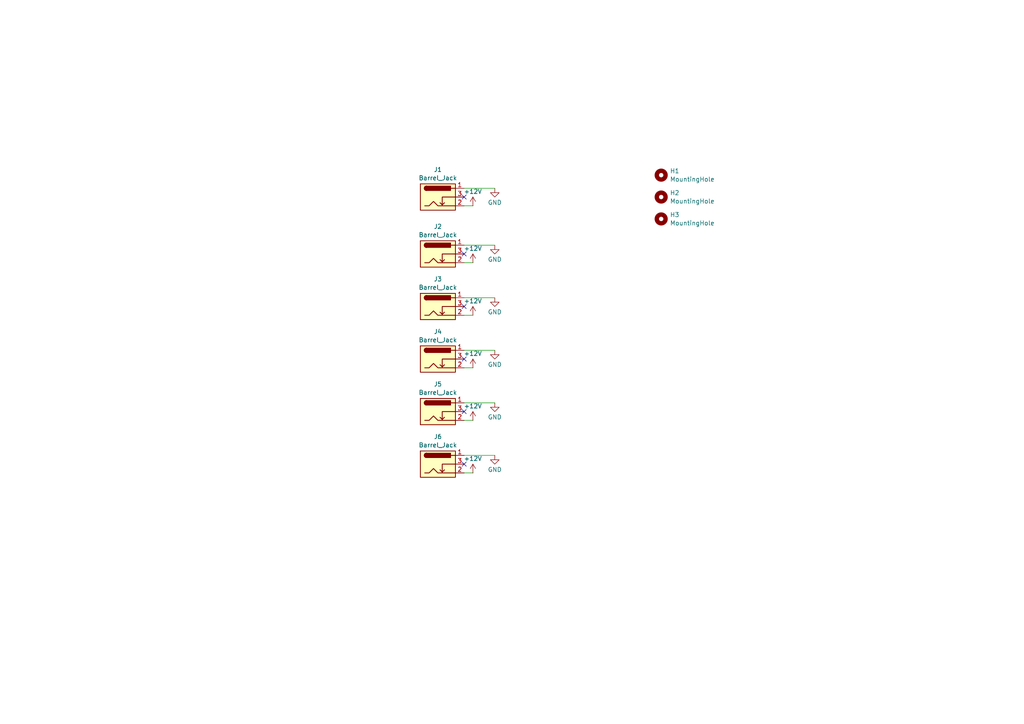
<source format=kicad_sch>
(kicad_sch (version 20231120) (generator "eeschema") (generator_version "8.0")
  (paper "A4")
  (lib_symbols
    (symbol "Connector:Barrel_Jack_Switch" (pin_names hide)
      (property "Reference" "J" (at 0 5.334 0))
      (property "Value" "Barrel_Jack_Switch" (at 0 -5.08 0))
      (symbol "Barrel_Jack_Switch_0_1"
        (rectangle (start -5.08 3.81) (end 5.08 -3.81) (stroke (width 0.254)) (fill (type background)))
        (arc (start -3.302 3.175) (mid -3.9343 2.54) (end -3.302 1.905) (stroke (width 0.254)))
        (arc (start -3.302 3.175) (mid -3.9343 2.54) (end -3.302 1.905) (stroke (width 0.254)) (fill (type outline)))
        (polyline (pts (xy 1.27 -2.286) (xy 1.905 -1.651)) (stroke (width 0.254)))
        (polyline (pts (xy 5.08 2.54) (xy 3.81 2.54)) (stroke (width 0.254)))
        (polyline (pts (xy 5.08 0) (xy 1.27 0) (xy 1.27 -2.286) (xy 0.635 -1.651)) (stroke (width 0.254)))
        (polyline (pts (xy -3.81 -2.54) (xy -2.54 -2.54) (xy -1.27 -1.27) (xy 0 -2.54) (xy 2.54 -2.54) (xy 5.08 -2.54)) (stroke (width 0.254)))
        (rectangle (start 3.683 3.175) (end -3.302 1.905) (stroke (width 0.254)) (fill (type outline)))
      )
      (symbol "Barrel_Jack_Switch_1_1"
        (pin passive line (at 7.62 2.54 180) (length 2.54) (name "~") (number "1"))
        (pin passive line (at 7.62 -2.54 180) (length 2.54) (name "~") (number "2"))
        (pin passive line (at 7.62 0 180) (length 2.54) (name "~") (number "3"))
      )
    )
    (symbol "Mechanical:MountingHole" (pin_names (offset 1.016)) (exclude_from_sim yes) (in_bom no)
      (property "Reference" "H" (at 0 5.08 0))
      (property "Value" "MountingHole" (at 0 3.175 0))
      (symbol "MountingHole_0_1"
        (circle (center 0 0) (radius 1.27) (stroke (width 1.27)))
      )
    )
    (symbol "power:+12V" (power) (pin_numbers hide) (pin_names (offset 0) hide)
      (property "Value" "+12V" (at 0 3.556 0))
      (symbol "+12V_0_1"
        (polyline (pts (xy -0.762 1.27) (xy 0 2.54)))
        (polyline (pts (xy 0 0) (xy 0 2.54)))
        (polyline (pts (xy 0 2.54) (xy 0.762 1.27)))
      )
      (symbol "+12V_1_1"
        (pin power_in line (at 0 0 90) (length 0) (name "~") (number "1"))
      )
    )
    (symbol "power:GND" (power) (pin_numbers hide) (pin_names (offset 0) hide)
      (property "Value" "GND" (at 0 -3.81 0))
      (symbol "GND_0_1"
        (polyline (pts (xy 0 0) (xy 0 -1.27) (xy 1.27 -1.27) (xy 0 -2.54) (xy -1.27 -1.27) (xy 0 -1.27)))
      )
      (symbol "GND_1_1"
        (pin power_in line (at 0 0 270) (length 0) (name "~") (number "1"))
      )
    )
  )
  (no_connect (at 134.62 104.14))
  (no_connect (at 134.62 134.62))
  (no_connect (at 134.62 88.9))
  (no_connect (at 134.62 73.66))
  (no_connect (at 134.62 57.15))
  (no_connect (at 134.62 119.38))
  (wire (pts (xy 143.51 132.08) (xy 134.62 132.08)))
  (wire (pts (xy 143.51 71.12) (xy 134.62 71.12)))
  (wire (pts (xy 137.16 137.16) (xy 134.62 137.16)))
  (wire (pts (xy 143.51 116.84) (xy 134.62 116.84)))
  (wire (pts (xy 143.51 54.61) (xy 134.62 54.61)))
  (wire (pts (xy 137.16 76.2) (xy 134.62 76.2)))
  (wire (pts (xy 143.51 101.6) (xy 134.62 101.6)))
  (wire (pts (xy 137.16 121.92) (xy 134.62 121.92)))
  (wire (pts (xy 137.16 59.69) (xy 134.62 59.69)))
  (wire (pts (xy 143.51 86.36) (xy 134.62 86.36)))
  (wire (pts (xy 137.16 91.44) (xy 134.62 91.44)))
  (wire (pts (xy 137.16 106.68) (xy 134.62 106.68)))
  (symbol (lib_id "Mechanical:MountingHole") (at 191.77 63.5 0) (unit 1) (exclude_from_sim yes) (in_bom no)
    (property "Reference" "H3" (at 194.31 62.2878 0) (effects (justify left)))
    (property "Value" "MountingHole" (at 194.31 64.7121 0) (effects (justify left)))
    (property "Footprint" "MountingHole:MountingHole_2.7mm_M2.5" (effects (hide yes)))
    (property "Description" "Mounting Hole without connection" (effects (hide yes)))
  )
  (symbol (lib_id "power:GND") (at 143.51 116.84 0) (unit 1)
    (property "Reference" "#PWR010" (effects (hide yes)))
    (property "Value" "GND" (at 143.51 120.9731 0))
    (property "Description" "Power symbol creates a global label with name \"GND\" , ground" (effects (hide yes)))
  )
  (symbol (lib_id "power:GND") (at 143.51 86.36 0) (unit 1)
    (property "Reference" "#PWR06" (effects (hide yes)))
    (property "Value" "GND" (at 143.51 90.4931 0))
    (property "Description" "Power symbol creates a global label with name \"GND\" , ground" (effects (hide yes)))
  )
  (symbol (lib_id "power:+12V") (at 137.16 91.44 0) (unit 1)
    (property "Reference" "#PWR05" (effects (hide yes)))
    (property "Value" "+12V" (at 137.16 87.3069 0))
    (property "Description" "Power symbol creates a global label with name \"+12V\"" (effects (hide yes)))
  )
  (symbol (lib_id "power:+12V") (at 137.16 121.92 0) (unit 1)
    (property "Reference" "#PWR09" (effects (hide yes)))
    (property "Value" "+12V" (at 137.16 117.7869 0))
    (property "Description" "Power symbol creates a global label with name \"+12V\"" (effects (hide yes)))
  )
  (symbol (lib_id "power:GND") (at 143.51 71.12 0) (unit 1)
    (property "Reference" "#PWR04" (effects (hide yes)))
    (property "Value" "GND" (at 143.51 75.2531 0))
    (property "Description" "Power symbol creates a global label with name \"GND\" , ground" (effects (hide yes)))
  )
  (symbol (lib_id "power:+12V") (at 137.16 106.68 0) (unit 1)
    (property "Reference" "#PWR07" (effects (hide yes)))
    (property "Value" "+12V" (at 137.16 102.5469 0))
    (property "Description" "Power symbol creates a global label with name \"+12V\"" (effects (hide yes)))
  )
  (symbol (lib_id "power:GND") (at 143.51 54.61 0) (unit 1)
    (property "Reference" "#PWR01" (effects (hide yes)))
    (property "Value" "GND" (at 143.51 58.7431 0))
    (property "Description" "Power symbol creates a global label with name \"GND\" , ground" (effects (hide yes)))
  )
  (symbol (lib_id "Mechanical:MountingHole") (at 191.77 50.8 0) (unit 1) (exclude_from_sim yes) (in_bom no)
    (property "Reference" "H1" (at 194.31 49.5878 0) (effects (justify left)))
    (property "Value" "MountingHole" (at 194.31 52.0121 0) (effects (justify left)))
    (property "Footprint" "MountingHole:MountingHole_2.7mm_M2.5" (effects (hide yes)))
    (property "Description" "Mounting Hole without connection" (effects (hide yes)))
  )
  (symbol (lib_id "Connector:Barrel_Jack_Switch") (at 127 73.66 0) (unit 1)
    (property "Reference" "J2" (at 127 65.7055 0))
    (property "Value" "Barrel_Jack" (at 127 68.1298 0))
    (property "Footprint" "Connector_BarrelJack:BarrelJack_Horizontal" (effects (hide yes)))
    (property "Description" "DC Barrel Jack with an internal switch" (effects (hide yes)))
  )
  (symbol (lib_id "power:+12V") (at 137.16 76.2 0) (unit 1)
    (property "Reference" "#PWR03" (effects (hide yes)))
    (property "Value" "+12V" (at 137.16 72.0669 0))
    (property "Description" "Power symbol creates a global label with name \"+12V\"" (effects (hide yes)))
  )
  (symbol (lib_id "Connector:Barrel_Jack_Switch") (at 127 88.9 0) (unit 1)
    (property "Reference" "J3" (at 127 80.9455 0))
    (property "Value" "Barrel_Jack" (at 127 83.3698 0))
    (property "Footprint" "Connector_BarrelJack:BarrelJack_Horizontal" (effects (hide yes)))
    (property "Description" "DC Barrel Jack with an internal switch" (effects (hide yes)))
  )
  (symbol (lib_id "Connector:Barrel_Jack_Switch") (at 127 119.38 0) (unit 1)
    (property "Reference" "J5" (at 127 111.4255 0))
    (property "Value" "Barrel_Jack" (at 127 113.8498 0))
    (property "Footprint" "Connector_BarrelJack:BarrelJack_Horizontal" (effects (hide yes)))
    (property "Description" "DC Barrel Jack with an internal switch" (effects (hide yes)))
  )
  (symbol (lib_id "Connector:Barrel_Jack_Switch") (at 127 134.62 0) (unit 1)
    (property "Reference" "J6" (at 127 126.6655 0))
    (property "Value" "Barrel_Jack" (at 127 129.0898 0))
    (property "Footprint" "Connector_BarrelJack:BarrelJack_Horizontal" (effects (hide yes)))
    (property "Description" "DC Barrel Jack with an internal switch" (effects (hide yes)))
  )
  (symbol (lib_id "power:+12V") (at 137.16 59.69 0) (unit 1)
    (property "Reference" "#PWR02" (effects (hide yes)))
    (property "Value" "+12V" (at 137.16 55.5569 0))
    (property "Description" "Power symbol creates a global label with name \"+12V\"" (effects (hide yes)))
  )
  (symbol (lib_id "Connector:Barrel_Jack_Switch") (at 127 104.14 0) (unit 1)
    (property "Reference" "J4" (at 127 96.1855 0))
    (property "Value" "Barrel_Jack" (at 127 98.6098 0))
    (property "Footprint" "Connector_BarrelJack:BarrelJack_Horizontal" (effects (hide yes)))
    (property "Description" "DC Barrel Jack with an internal switch" (effects (hide yes)))
  )
  (symbol (lib_id "power:GND") (at 143.51 132.08 0) (unit 1)
    (property "Reference" "#PWR012" (effects (hide yes)))
    (property "Value" "GND" (at 143.51 136.2131 0))
    (property "Description" "Power symbol creates a global label with name \"GND\" , ground" (effects (hide yes)))
  )
  (symbol (lib_id "Connector:Barrel_Jack_Switch") (at 127 57.15 0) (unit 1)
    (property "Reference" "J1" (at 127 49.1955 0))
    (property "Value" "Barrel_Jack" (at 127 51.6198 0))
    (property "Footprint" "Connector_BarrelJack:BarrelJack_Horizontal" (effects (hide yes)))
    (property "Description" "DC Barrel Jack with an internal switch" (effects (hide yes)))
  )
  (symbol (lib_id "Mechanical:MountingHole") (at 191.77 57.15 0) (unit 1) (exclude_from_sim yes) (in_bom no)
    (property "Reference" "H2" (at 194.31 55.9378 0) (effects (justify left)))
    (property "Value" "MountingHole" (at 194.31 58.3621 0) (effects (justify left)))
    (property "Footprint" "MountingHole:MountingHole_2.7mm_M2.5" (effects (hide yes)))
    (property "Description" "Mounting Hole without connection" (effects (hide yes)))
  )
  (symbol (lib_id "power:+12V") (at 137.16 137.16 0) (unit 1)
    (property "Reference" "#PWR011" (effects (hide yes)))
    (property "Value" "+12V" (at 137.16 133.0269 0))
    (property "Description" "Power symbol creates a global label with name \"+12V\"" (effects (hide yes)))
  )
  (symbol (lib_id "power:GND") (at 143.51 101.6 0) (unit 1)
    (property "Reference" "#PWR08" (effects (hide yes)))
    (property "Value" "GND" (at 143.51 105.7331 0))
    (property "Description" "Power symbol creates a global label with name \"GND\" , ground" (effects (hide yes)))
  )
)
</source>
